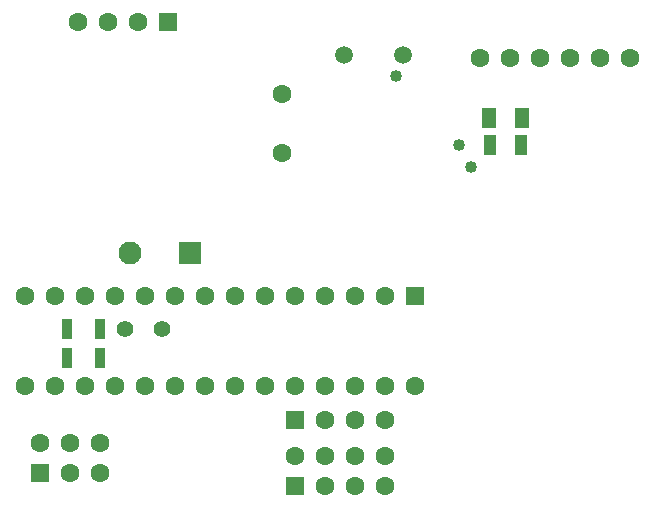
<source format=gbs>
G04*
G04 #@! TF.GenerationSoftware,Altium Limited,Altium Designer,22.1.2 (22)*
G04*
G04 Layer_Color=16711935*
%FSLAX25Y25*%
%MOIN*%
G70*
G04*
G04 #@! TF.SameCoordinates,7393A906-C076-4882-B3B6-B19C62209B97*
G04*
G04*
G04 #@! TF.FilePolarity,Negative*
G04*
G01*
G75*
%ADD23R,0.04731X0.06896*%
%ADD26C,0.05894*%
%ADD27C,0.06306*%
%ADD28C,0.07684*%
%ADD29C,0.05518*%
%ADD30R,0.06306X0.06306*%
%ADD31R,0.07684X0.07684*%
%ADD32R,0.06306X0.06306*%
%ADD33C,0.04000*%
%ADD49R,0.03740X0.06693*%
%ADD50R,0.03943X0.06502*%
D23*
X163500Y138000D02*
D03*
X174721D02*
D03*
D26*
X115315Y159000D02*
D03*
X135000D02*
D03*
D27*
X180500Y158000D02*
D03*
X200500D02*
D03*
X210500D02*
D03*
X190500D02*
D03*
X170500D02*
D03*
X160500D02*
D03*
X129000Y78500D02*
D03*
X119000D02*
D03*
X109000D02*
D03*
X99000D02*
D03*
X89000D02*
D03*
X79000D02*
D03*
X69000D02*
D03*
X59000D02*
D03*
X49000D02*
D03*
X39000D02*
D03*
X29000D02*
D03*
X19000D02*
D03*
X9000D02*
D03*
X139000Y48500D02*
D03*
X129000D02*
D03*
X119000D02*
D03*
X109000D02*
D03*
X99000D02*
D03*
X89000D02*
D03*
X79000D02*
D03*
X69000D02*
D03*
X59000D02*
D03*
X49000D02*
D03*
X39000D02*
D03*
X29000D02*
D03*
X19000D02*
D03*
X9000D02*
D03*
X94500Y145843D02*
D03*
X94500Y126157D02*
D03*
X34000Y29500D02*
D03*
Y19500D02*
D03*
X24000Y29500D02*
D03*
Y19500D02*
D03*
X14000Y29500D02*
D03*
X99000Y25110D02*
D03*
X109000Y15110D02*
D03*
Y25110D02*
D03*
X119000Y15110D02*
D03*
Y25110D02*
D03*
X129000Y15110D02*
D03*
Y25110D02*
D03*
X109000Y37110D02*
D03*
X119000D02*
D03*
X129000D02*
D03*
X46500Y170000D02*
D03*
X36500D02*
D03*
X26500D02*
D03*
D28*
X44000Y93000D02*
D03*
D29*
X54602Y67500D02*
D03*
X42398D02*
D03*
D30*
X139000Y78500D02*
D03*
D31*
X64000Y93000D02*
D03*
D32*
X14000Y19500D02*
D03*
X99000Y15110D02*
D03*
Y37110D02*
D03*
X56500Y170000D02*
D03*
D33*
X132700Y151800D02*
D03*
X153500Y129000D02*
D03*
X157500Y121500D02*
D03*
D49*
X22988Y58000D02*
D03*
X34012D02*
D03*
X22988Y67500D02*
D03*
X34012D02*
D03*
D50*
X174433Y129000D02*
D03*
X164000D02*
D03*
M02*

</source>
